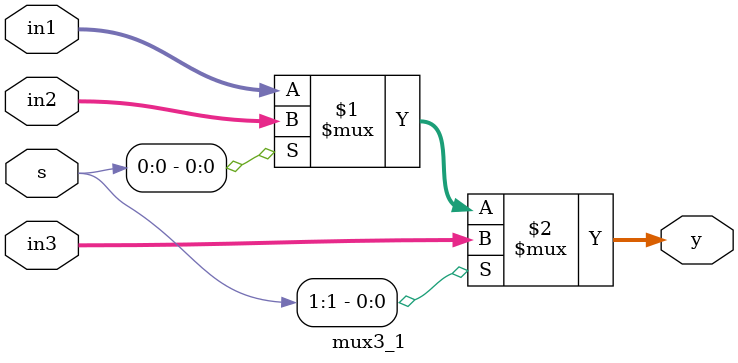
<source format=v>
`timescale 1ns/1ps
module mux3_1(input [31:0] in1,in2,in3, input [1:0] s, output  [31:0] y);

assign y = s[1] ? in3 : (s[0] ? in2 :in1);

endmodule

</source>
